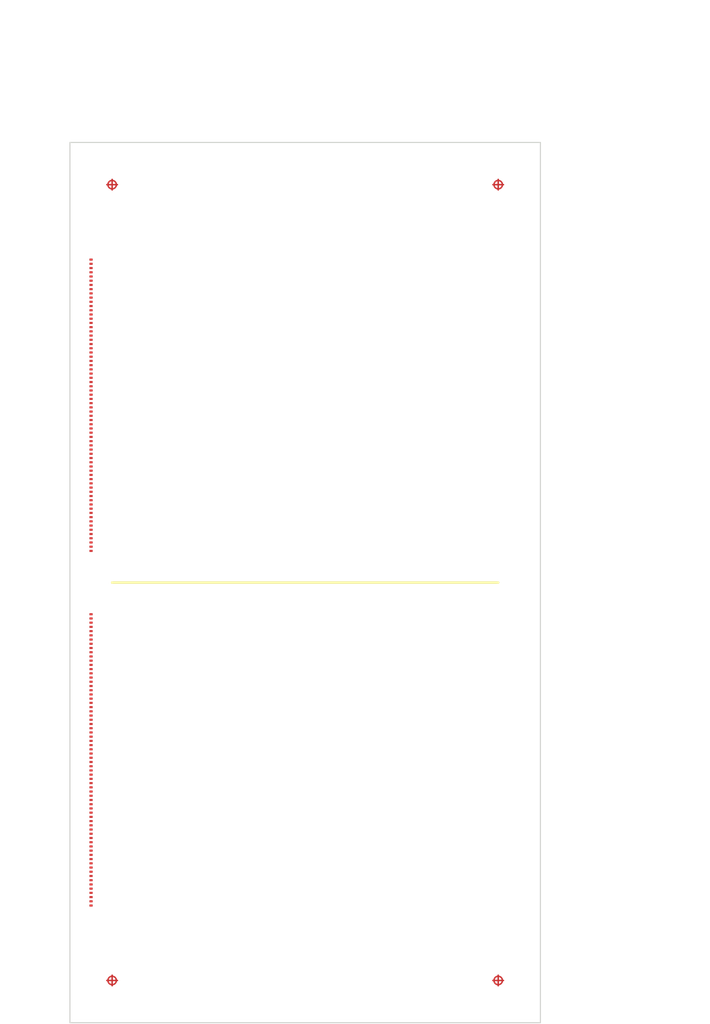
<source format=kicad_pcb>
(kicad_pcb (version 20171130) (host pcbnew "(5.1.10)-1")

  (general
    (thickness 1.6)
    (drawings 10)
    (tracks 0)
    (zones 0)
    (modules 6)
    (nets 1)
  )

  (page A4)
  (layers
    (0 F.Cu signal)
    (31 B.Cu signal)
    (32 B.Adhes user)
    (33 F.Adhes user)
    (34 B.Paste user)
    (35 F.Paste user)
    (36 B.SilkS user)
    (37 F.SilkS user)
    (38 B.Mask user)
    (39 F.Mask user)
    (40 Dwgs.User user)
    (41 Cmts.User user)
    (42 Eco1.User user)
    (43 Eco2.User user)
    (44 Edge.Cuts user)
    (45 Margin user)
    (46 B.CrtYd user)
    (47 F.CrtYd user)
    (48 B.Fab user)
    (49 F.Fab user hide)
  )

  (setup
    (last_trace_width 0.25)
    (trace_clearance 0.2)
    (zone_clearance 0.508)
    (zone_45_only no)
    (trace_min 0.2)
    (via_size 0.8)
    (via_drill 0.4)
    (via_min_size 0.4)
    (via_min_drill 0.3)
    (uvia_size 0.3)
    (uvia_drill 0.1)
    (uvias_allowed no)
    (uvia_min_size 0.2)
    (uvia_min_drill 0.1)
    (edge_width 0.05)
    (segment_width 0.2)
    (pcb_text_width 0.3)
    (pcb_text_size 1.5 1.5)
    (mod_edge_width 0.12)
    (mod_text_size 1 1)
    (mod_text_width 0.15)
    (pad_size 1.524 1.524)
    (pad_drill 0.762)
    (pad_to_mask_clearance 0.05)
    (aux_axis_origin 0 0)
    (visible_elements 7FFFFFFF)
    (pcbplotparams
      (layerselection 0x010a8_7fffffff)
      (usegerberextensions false)
      (usegerberattributes true)
      (usegerberadvancedattributes true)
      (creategerberjobfile true)
      (excludeedgelayer true)
      (linewidth 0.100000)
      (plotframeref false)
      (viasonmask false)
      (mode 1)
      (useauxorigin false)
      (hpglpennumber 1)
      (hpglpenspeed 20)
      (hpglpendiameter 15.000000)
      (psnegative false)
      (psa4output false)
      (plotreference true)
      (plotvalue true)
      (plotinvisibletext false)
      (padsonsilk false)
      (subtractmaskfromsilk false)
      (outputformat 1)
      (mirror false)
      (drillshape 0)
      (scaleselection 1)
      (outputdirectory "fab_outputs/"))
  )

  (net 0 "")

  (net_class Default "This is the default net class."
    (clearance 0.2)
    (trace_width 0.25)
    (via_dia 0.8)
    (via_drill 0.4)
    (uvia_dia 0.3)
    (uvia_drill 0.1)
  )

  (module unl_silab:ETROC_70pad_100x150um_200um_pitch (layer F.Cu) (tedit 60E48B73) (tstamp 5FA4B396)
    (at 137.72 83.74 270)
    (fp_text reference ETROC** (at 0 0.5 90) (layer F.Fab) hide
      (effects (font (size 1 1) (thickness 0.15)))
    )
    (fp_text value ETROC_70pad_100x150um_200um_pitch (at 0 -0.5 90) (layer F.Fab) hide
      (effects (font (size 1 1) (thickness 0.15)))
    )
    (pad 70 smd rect (at 13.8 0 270) (size 0.1 0.15) (layers F.Cu F.Mask)
      (solder_mask_margin 0.15))
    (pad 69 smd rect (at 13.6 0 270) (size 0.1 0.15) (layers F.Cu F.Mask)
      (solder_mask_margin 0.15))
    (pad 68 smd rect (at 13.4 0 270) (size 0.1 0.15) (layers F.Cu F.Mask)
      (solder_mask_margin 0.15))
    (pad 67 smd rect (at 13.2 0 270) (size 0.1 0.15) (layers F.Cu F.Mask)
      (solder_mask_margin 0.15))
    (pad 66 smd rect (at 13 0 270) (size 0.1 0.15) (layers F.Cu F.Mask)
      (solder_mask_margin 0.15))
    (pad 65 smd rect (at 12.8 0 270) (size 0.1 0.15) (layers F.Cu F.Mask)
      (solder_mask_margin 0.15))
    (pad 64 smd rect (at 12.6 0 270) (size 0.1 0.15) (layers F.Cu F.Mask)
      (solder_mask_margin 0.15))
    (pad 63 smd rect (at 12.4 0 270) (size 0.1 0.15) (layers F.Cu F.Mask)
      (solder_mask_margin 0.15))
    (pad 62 smd rect (at 12.2 0 270) (size 0.1 0.15) (layers F.Cu F.Mask)
      (solder_mask_margin 0.15))
    (pad 61 smd rect (at 12 0 270) (size 0.1 0.15) (layers F.Cu F.Mask)
      (solder_mask_margin 0.15))
    (pad 60 smd rect (at 11.8 0 270) (size 0.1 0.15) (layers F.Cu F.Mask)
      (solder_mask_margin 0.15))
    (pad 59 smd rect (at 11.6 0 270) (size 0.1 0.15) (layers F.Cu F.Mask)
      (solder_mask_margin 0.15))
    (pad 58 smd rect (at 11.4 0 270) (size 0.1 0.15) (layers F.Cu F.Mask)
      (solder_mask_margin 0.15))
    (pad 57 smd rect (at 11.2 0 270) (size 0.1 0.15) (layers F.Cu F.Mask)
      (solder_mask_margin 0.15))
    (pad 56 smd rect (at 11 0 270) (size 0.1 0.15) (layers F.Cu F.Mask)
      (solder_mask_margin 0.15))
    (pad 55 smd rect (at 10.8 0 270) (size 0.1 0.15) (layers F.Cu F.Mask)
      (solder_mask_margin 0.15))
    (pad 54 smd rect (at 10.6 0 270) (size 0.1 0.15) (layers F.Cu F.Mask)
      (solder_mask_margin 0.15))
    (pad 53 smd rect (at 10.4 0 270) (size 0.1 0.15) (layers F.Cu F.Mask)
      (solder_mask_margin 0.15))
    (pad 52 smd rect (at 10.2 0 270) (size 0.1 0.15) (layers F.Cu F.Mask)
      (solder_mask_margin 0.15))
    (pad 51 smd rect (at 10 0 270) (size 0.1 0.15) (layers F.Cu F.Mask)
      (solder_mask_margin 0.15))
    (pad 50 smd rect (at 9.8 0 270) (size 0.1 0.15) (layers F.Cu F.Mask)
      (solder_mask_margin 0.15))
    (pad 49 smd rect (at 9.6 0 270) (size 0.1 0.15) (layers F.Cu F.Mask)
      (solder_mask_margin 0.15))
    (pad 48 smd rect (at 9.4 0 270) (size 0.1 0.15) (layers F.Cu F.Mask)
      (solder_mask_margin 0.15))
    (pad 47 smd rect (at 9.2 0 270) (size 0.1 0.15) (layers F.Cu F.Mask)
      (solder_mask_margin 0.15))
    (pad 46 smd rect (at 9 0 270) (size 0.1 0.15) (layers F.Cu F.Mask)
      (solder_mask_margin 0.15))
    (pad 45 smd rect (at 8.8 0 270) (size 0.1 0.15) (layers F.Cu F.Mask)
      (solder_mask_margin 0.15))
    (pad 44 smd rect (at 8.6 0 270) (size 0.1 0.15) (layers F.Cu F.Mask)
      (solder_mask_margin 0.15))
    (pad 43 smd rect (at 8.4 0 270) (size 0.1 0.15) (layers F.Cu F.Mask)
      (solder_mask_margin 0.15))
    (pad 42 smd rect (at 8.2 0 270) (size 0.1 0.15) (layers F.Cu F.Mask)
      (solder_mask_margin 0.15))
    (pad 41 smd rect (at 8 0 270) (size 0.1 0.15) (layers F.Cu F.Mask)
      (solder_mask_margin 0.15))
    (pad 40 smd rect (at 7.8 0 270) (size 0.1 0.15) (layers F.Cu F.Mask)
      (solder_mask_margin 0.15))
    (pad 39 smd rect (at 7.6 0 270) (size 0.1 0.15) (layers F.Cu F.Mask)
      (solder_mask_margin 0.15))
    (pad 38 smd rect (at 7.4 0 270) (size 0.1 0.15) (layers F.Cu F.Mask)
      (solder_mask_margin 0.15))
    (pad 37 smd rect (at 7.2 0 270) (size 0.1 0.15) (layers F.Cu F.Mask)
      (solder_mask_margin 0.15))
    (pad 36 smd rect (at 7 0 270) (size 0.1 0.15) (layers F.Cu F.Mask)
      (solder_mask_margin 0.15))
    (pad 35 smd rect (at 6.8 0 270) (size 0.1 0.15) (layers F.Cu F.Mask)
      (solder_mask_margin 0.15))
    (pad 34 smd rect (at 6.6 0 270) (size 0.1 0.15) (layers F.Cu F.Mask)
      (solder_mask_margin 0.15))
    (pad 33 smd rect (at 6.4 0 270) (size 0.1 0.15) (layers F.Cu F.Mask)
      (solder_mask_margin 0.15))
    (pad 32 smd rect (at 6.2 0 270) (size 0.1 0.15) (layers F.Cu F.Mask)
      (solder_mask_margin 0.15))
    (pad 31 smd rect (at 6 0 270) (size 0.1 0.15) (layers F.Cu F.Mask)
      (solder_mask_margin 0.15))
    (pad 30 smd rect (at 5.8 0 270) (size 0.1 0.15) (layers F.Cu F.Mask)
      (solder_mask_margin 0.15))
    (pad 29 smd rect (at 5.6 0 270) (size 0.1 0.15) (layers F.Cu F.Mask)
      (solder_mask_margin 0.15))
    (pad 28 smd rect (at 5.4 0 270) (size 0.1 0.15) (layers F.Cu F.Mask)
      (solder_mask_margin 0.15))
    (pad 27 smd rect (at 5.2 0 270) (size 0.1 0.15) (layers F.Cu F.Mask)
      (solder_mask_margin 0.15))
    (pad 26 smd rect (at 5 0 270) (size 0.1 0.15) (layers F.Cu F.Mask)
      (solder_mask_margin 0.15))
    (pad 25 smd rect (at 4.8 0 270) (size 0.1 0.15) (layers F.Cu F.Mask)
      (solder_mask_margin 0.15))
    (pad 24 smd rect (at 4.6 0 270) (size 0.1 0.15) (layers F.Cu F.Mask)
      (solder_mask_margin 0.15))
    (pad 23 smd rect (at 4.4 0 270) (size 0.1 0.15) (layers F.Cu F.Mask)
      (solder_mask_margin 0.15))
    (pad 22 smd rect (at 4.2 0 270) (size 0.1 0.15) (layers F.Cu F.Mask)
      (solder_mask_margin 0.15))
    (pad 21 smd rect (at 4 0 270) (size 0.1 0.15) (layers F.Cu F.Mask)
      (solder_mask_margin 0.15))
    (pad 20 smd rect (at 3.8 0 270) (size 0.1 0.15) (layers F.Cu F.Mask)
      (solder_mask_margin 0.15))
    (pad 19 smd rect (at 3.6 0 270) (size 0.1 0.15) (layers F.Cu F.Mask)
      (solder_mask_margin 0.15))
    (pad 18 smd rect (at 3.4 0 270) (size 0.1 0.15) (layers F.Cu F.Mask)
      (solder_mask_margin 0.15))
    (pad 17 smd rect (at 3.2 0 270) (size 0.1 0.15) (layers F.Cu F.Mask)
      (solder_mask_margin 0.15))
    (pad 16 smd rect (at 3 0 270) (size 0.1 0.15) (layers F.Cu F.Mask)
      (solder_mask_margin 0.15))
    (pad 15 smd rect (at 2.8 0 270) (size 0.1 0.15) (layers F.Cu F.Mask)
      (solder_mask_margin 0.15))
    (pad 14 smd rect (at 2.6 0 270) (size 0.1 0.15) (layers F.Cu F.Mask)
      (solder_mask_margin 0.15))
    (pad 13 smd rect (at 2.4 0 270) (size 0.1 0.15) (layers F.Cu F.Mask)
      (solder_mask_margin 0.15))
    (pad 12 smd rect (at 2.2 0 270) (size 0.1 0.15) (layers F.Cu F.Mask)
      (solder_mask_margin 0.15))
    (pad 11 smd rect (at 2 0 270) (size 0.1 0.15) (layers F.Cu F.Mask)
      (solder_mask_margin 0.15))
    (pad 10 smd rect (at 1.8 0 270) (size 0.1 0.15) (layers F.Cu F.Mask)
      (solder_mask_margin 0.15))
    (pad 9 smd rect (at 1.6 0 270) (size 0.1 0.15) (layers F.Cu F.Mask)
      (solder_mask_margin 0.15))
    (pad 8 smd rect (at 1.4 0 270) (size 0.1 0.15) (layers F.Cu F.Mask)
      (solder_mask_margin 0.15))
    (pad 7 smd rect (at 1.2 0 270) (size 0.1 0.15) (layers F.Cu F.Mask)
      (solder_mask_margin 0.15))
    (pad 6 smd rect (at 1 0 270) (size 0.1 0.15) (layers F.Cu F.Mask)
      (solder_mask_margin 0.15))
    (pad 5 smd rect (at 0.8 0 270) (size 0.1 0.15) (layers F.Cu F.Mask)
      (solder_mask_margin 0.15))
    (pad 4 smd rect (at 0.6 0 270) (size 0.1 0.15) (layers F.Cu F.Mask)
      (solder_mask_margin 0.15))
    (pad 3 smd rect (at 0.4 0 270) (size 0.1 0.15) (layers F.Cu F.Mask)
      (solder_mask_margin 0.15))
    (pad 2 smd rect (at 0.2 0 270) (size 0.1 0.15) (layers F.Cu F.Mask)
      (solder_mask_margin 0.15))
    (pad 1 smd rect (at 0 0 270) (size 0.1 0.15) (layers F.Cu F.Mask)
      (solder_mask_margin 0.15))
  )

  (module unl_silab:ETROC_70pad_100x150um_200um_pitch (layer F.Cu) (tedit 60E48B73) (tstamp 5FA4C171)
    (at 137.72 114.34 90)
    (fp_text reference ETROC** (at 0 0.5 90) (layer F.Fab) hide
      (effects (font (size 1 1) (thickness 0.15)))
    )
    (fp_text value ETROC_70pad_100x150um_200um_pitch (at 0 -0.5 90) (layer F.Fab) hide
      (effects (font (size 1 1) (thickness 0.15)))
    )
    (pad 70 smd rect (at 13.8 0 90) (size 0.1 0.15) (layers F.Cu F.Mask)
      (solder_mask_margin 0.15))
    (pad 69 smd rect (at 13.6 0 90) (size 0.1 0.15) (layers F.Cu F.Mask)
      (solder_mask_margin 0.15))
    (pad 68 smd rect (at 13.4 0 90) (size 0.1 0.15) (layers F.Cu F.Mask)
      (solder_mask_margin 0.15))
    (pad 67 smd rect (at 13.2 0 90) (size 0.1 0.15) (layers F.Cu F.Mask)
      (solder_mask_margin 0.15))
    (pad 66 smd rect (at 13 0 90) (size 0.1 0.15) (layers F.Cu F.Mask)
      (solder_mask_margin 0.15))
    (pad 65 smd rect (at 12.8 0 90) (size 0.1 0.15) (layers F.Cu F.Mask)
      (solder_mask_margin 0.15))
    (pad 64 smd rect (at 12.6 0 90) (size 0.1 0.15) (layers F.Cu F.Mask)
      (solder_mask_margin 0.15))
    (pad 63 smd rect (at 12.4 0 90) (size 0.1 0.15) (layers F.Cu F.Mask)
      (solder_mask_margin 0.15))
    (pad 62 smd rect (at 12.2 0 90) (size 0.1 0.15) (layers F.Cu F.Mask)
      (solder_mask_margin 0.15))
    (pad 61 smd rect (at 12 0 90) (size 0.1 0.15) (layers F.Cu F.Mask)
      (solder_mask_margin 0.15))
    (pad 60 smd rect (at 11.8 0 90) (size 0.1 0.15) (layers F.Cu F.Mask)
      (solder_mask_margin 0.15))
    (pad 59 smd rect (at 11.6 0 90) (size 0.1 0.15) (layers F.Cu F.Mask)
      (solder_mask_margin 0.15))
    (pad 58 smd rect (at 11.4 0 90) (size 0.1 0.15) (layers F.Cu F.Mask)
      (solder_mask_margin 0.15))
    (pad 57 smd rect (at 11.2 0 90) (size 0.1 0.15) (layers F.Cu F.Mask)
      (solder_mask_margin 0.15))
    (pad 56 smd rect (at 11 0 90) (size 0.1 0.15) (layers F.Cu F.Mask)
      (solder_mask_margin 0.15))
    (pad 55 smd rect (at 10.8 0 90) (size 0.1 0.15) (layers F.Cu F.Mask)
      (solder_mask_margin 0.15))
    (pad 54 smd rect (at 10.6 0 90) (size 0.1 0.15) (layers F.Cu F.Mask)
      (solder_mask_margin 0.15))
    (pad 53 smd rect (at 10.4 0 90) (size 0.1 0.15) (layers F.Cu F.Mask)
      (solder_mask_margin 0.15))
    (pad 52 smd rect (at 10.2 0 90) (size 0.1 0.15) (layers F.Cu F.Mask)
      (solder_mask_margin 0.15))
    (pad 51 smd rect (at 10 0 90) (size 0.1 0.15) (layers F.Cu F.Mask)
      (solder_mask_margin 0.15))
    (pad 50 smd rect (at 9.8 0 90) (size 0.1 0.15) (layers F.Cu F.Mask)
      (solder_mask_margin 0.15))
    (pad 49 smd rect (at 9.6 0 90) (size 0.1 0.15) (layers F.Cu F.Mask)
      (solder_mask_margin 0.15))
    (pad 48 smd rect (at 9.4 0 90) (size 0.1 0.15) (layers F.Cu F.Mask)
      (solder_mask_margin 0.15))
    (pad 47 smd rect (at 9.2 0 90) (size 0.1 0.15) (layers F.Cu F.Mask)
      (solder_mask_margin 0.15))
    (pad 46 smd rect (at 9 0 90) (size 0.1 0.15) (layers F.Cu F.Mask)
      (solder_mask_margin 0.15))
    (pad 45 smd rect (at 8.8 0 90) (size 0.1 0.15) (layers F.Cu F.Mask)
      (solder_mask_margin 0.15))
    (pad 44 smd rect (at 8.6 0 90) (size 0.1 0.15) (layers F.Cu F.Mask)
      (solder_mask_margin 0.15))
    (pad 43 smd rect (at 8.4 0 90) (size 0.1 0.15) (layers F.Cu F.Mask)
      (solder_mask_margin 0.15))
    (pad 42 smd rect (at 8.2 0 90) (size 0.1 0.15) (layers F.Cu F.Mask)
      (solder_mask_margin 0.15))
    (pad 41 smd rect (at 8 0 90) (size 0.1 0.15) (layers F.Cu F.Mask)
      (solder_mask_margin 0.15))
    (pad 40 smd rect (at 7.8 0 90) (size 0.1 0.15) (layers F.Cu F.Mask)
      (solder_mask_margin 0.15))
    (pad 39 smd rect (at 7.6 0 90) (size 0.1 0.15) (layers F.Cu F.Mask)
      (solder_mask_margin 0.15))
    (pad 38 smd rect (at 7.4 0 90) (size 0.1 0.15) (layers F.Cu F.Mask)
      (solder_mask_margin 0.15))
    (pad 37 smd rect (at 7.2 0 90) (size 0.1 0.15) (layers F.Cu F.Mask)
      (solder_mask_margin 0.15))
    (pad 36 smd rect (at 7 0 90) (size 0.1 0.15) (layers F.Cu F.Mask)
      (solder_mask_margin 0.15))
    (pad 35 smd rect (at 6.8 0 90) (size 0.1 0.15) (layers F.Cu F.Mask)
      (solder_mask_margin 0.15))
    (pad 34 smd rect (at 6.6 0 90) (size 0.1 0.15) (layers F.Cu F.Mask)
      (solder_mask_margin 0.15))
    (pad 33 smd rect (at 6.4 0 90) (size 0.1 0.15) (layers F.Cu F.Mask)
      (solder_mask_margin 0.15))
    (pad 32 smd rect (at 6.2 0 90) (size 0.1 0.15) (layers F.Cu F.Mask)
      (solder_mask_margin 0.15))
    (pad 31 smd rect (at 6 0 90) (size 0.1 0.15) (layers F.Cu F.Mask)
      (solder_mask_margin 0.15))
    (pad 30 smd rect (at 5.8 0 90) (size 0.1 0.15) (layers F.Cu F.Mask)
      (solder_mask_margin 0.15))
    (pad 29 smd rect (at 5.6 0 90) (size 0.1 0.15) (layers F.Cu F.Mask)
      (solder_mask_margin 0.15))
    (pad 28 smd rect (at 5.4 0 90) (size 0.1 0.15) (layers F.Cu F.Mask)
      (solder_mask_margin 0.15))
    (pad 27 smd rect (at 5.2 0 90) (size 0.1 0.15) (layers F.Cu F.Mask)
      (solder_mask_margin 0.15))
    (pad 26 smd rect (at 5 0 90) (size 0.1 0.15) (layers F.Cu F.Mask)
      (solder_mask_margin 0.15))
    (pad 25 smd rect (at 4.8 0 90) (size 0.1 0.15) (layers F.Cu F.Mask)
      (solder_mask_margin 0.15))
    (pad 24 smd rect (at 4.6 0 90) (size 0.1 0.15) (layers F.Cu F.Mask)
      (solder_mask_margin 0.15))
    (pad 23 smd rect (at 4.4 0 90) (size 0.1 0.15) (layers F.Cu F.Mask)
      (solder_mask_margin 0.15))
    (pad 22 smd rect (at 4.2 0 90) (size 0.1 0.15) (layers F.Cu F.Mask)
      (solder_mask_margin 0.15))
    (pad 21 smd rect (at 4 0 90) (size 0.1 0.15) (layers F.Cu F.Mask)
      (solder_mask_margin 0.15))
    (pad 20 smd rect (at 3.8 0 90) (size 0.1 0.15) (layers F.Cu F.Mask)
      (solder_mask_margin 0.15))
    (pad 19 smd rect (at 3.6 0 90) (size 0.1 0.15) (layers F.Cu F.Mask)
      (solder_mask_margin 0.15))
    (pad 18 smd rect (at 3.4 0 90) (size 0.1 0.15) (layers F.Cu F.Mask)
      (solder_mask_margin 0.15))
    (pad 17 smd rect (at 3.2 0 90) (size 0.1 0.15) (layers F.Cu F.Mask)
      (solder_mask_margin 0.15))
    (pad 16 smd rect (at 3 0 90) (size 0.1 0.15) (layers F.Cu F.Mask)
      (solder_mask_margin 0.15))
    (pad 15 smd rect (at 2.8 0 90) (size 0.1 0.15) (layers F.Cu F.Mask)
      (solder_mask_margin 0.15))
    (pad 14 smd rect (at 2.6 0 90) (size 0.1 0.15) (layers F.Cu F.Mask)
      (solder_mask_margin 0.15))
    (pad 13 smd rect (at 2.4 0 90) (size 0.1 0.15) (layers F.Cu F.Mask)
      (solder_mask_margin 0.15))
    (pad 12 smd rect (at 2.2 0 90) (size 0.1 0.15) (layers F.Cu F.Mask)
      (solder_mask_margin 0.15))
    (pad 11 smd rect (at 2 0 90) (size 0.1 0.15) (layers F.Cu F.Mask)
      (solder_mask_margin 0.15))
    (pad 10 smd rect (at 1.8 0 90) (size 0.1 0.15) (layers F.Cu F.Mask)
      (solder_mask_margin 0.15))
    (pad 9 smd rect (at 1.6 0 90) (size 0.1 0.15) (layers F.Cu F.Mask)
      (solder_mask_margin 0.15))
    (pad 8 smd rect (at 1.4 0 90) (size 0.1 0.15) (layers F.Cu F.Mask)
      (solder_mask_margin 0.15))
    (pad 7 smd rect (at 1.2 0 90) (size 0.1 0.15) (layers F.Cu F.Mask)
      (solder_mask_margin 0.15))
    (pad 6 smd rect (at 1 0 90) (size 0.1 0.15) (layers F.Cu F.Mask)
      (solder_mask_margin 0.15))
    (pad 5 smd rect (at 0.8 0 90) (size 0.1 0.15) (layers F.Cu F.Mask)
      (solder_mask_margin 0.15))
    (pad 4 smd rect (at 0.6 0 90) (size 0.1 0.15) (layers F.Cu F.Mask)
      (solder_mask_margin 0.15))
    (pad 3 smd rect (at 0.4 0 90) (size 0.1 0.15) (layers F.Cu F.Mask)
      (solder_mask_margin 0.15))
    (pad 2 smd rect (at 0.2 0 90) (size 0.1 0.15) (layers F.Cu F.Mask)
      (solder_mask_margin 0.15))
    (pad 1 smd rect (at 0 0 90) (size 0.1 0.15) (layers F.Cu F.Mask)
      (solder_mask_margin 0.15))
  )

  (module unl_silab:crossed_circle_fiducial (layer F.Cu) (tedit 5DEEB95A) (tstamp 5FA4BCA9)
    (at 138.72 117.89)
    (fp_text reference REF** (at 0 0) (layer F.Fab) hide
      (effects (font (size 1 1) (thickness 0.15)))
    )
    (fp_text value crossed_circle_fiducial (at 0 0) (layer F.Fab) hide
      (effects (font (size 1 1) (thickness 0.15)))
    )
    (fp_circle (center 0 0) (end 0.01 0) (layer F.Mask) (width 0.6))
    (fp_line (start 0.25 0) (end -0.25 0) (layer F.Cu) (width 0.07))
    (fp_line (start 0 -0.25) (end 0 0.25) (layer F.Cu) (width 0.07))
    (fp_circle (center 0 0) (end 0.2 0) (layer F.Cu) (width 0.07))
  )

  (module unl_silab:crossed_circle_fiducial (layer F.Cu) (tedit 5DEEB95A) (tstamp 5FA4BCA9)
    (at 138.72 80.19)
    (fp_text reference REF** (at 0 0) (layer F.Fab) hide
      (effects (font (size 1 1) (thickness 0.15)))
    )
    (fp_text value crossed_circle_fiducial (at 0 0) (layer F.Fab) hide
      (effects (font (size 1 1) (thickness 0.15)))
    )
    (fp_circle (center 0 0) (end 0.01 0) (layer F.Mask) (width 0.6))
    (fp_line (start 0.25 0) (end -0.25 0) (layer F.Cu) (width 0.07))
    (fp_line (start 0 -0.25) (end 0 0.25) (layer F.Cu) (width 0.07))
    (fp_circle (center 0 0) (end 0.2 0) (layer F.Cu) (width 0.07))
  )

  (module unl_silab:crossed_circle_fiducial (layer F.Cu) (tedit 5DEEB95A) (tstamp 5FA4BCA9)
    (at 157.02 80.19)
    (fp_text reference REF** (at 0 0) (layer F.Fab) hide
      (effects (font (size 1 1) (thickness 0.15)))
    )
    (fp_text value crossed_circle_fiducial (at 0 0) (layer F.Fab) hide
      (effects (font (size 1 1) (thickness 0.15)))
    )
    (fp_circle (center 0 0) (end 0.01 0) (layer F.Mask) (width 0.6))
    (fp_line (start 0.25 0) (end -0.25 0) (layer F.Cu) (width 0.07))
    (fp_line (start 0 -0.25) (end 0 0.25) (layer F.Cu) (width 0.07))
    (fp_circle (center 0 0) (end 0.2 0) (layer F.Cu) (width 0.07))
  )

  (module unl_silab:crossed_circle_fiducial (layer F.Cu) (tedit 5DEEB95A) (tstamp 5FA4BC78)
    (at 157.02 117.89)
    (fp_text reference REF** (at 0 0) (layer F.Fab) hide
      (effects (font (size 1 1) (thickness 0.15)))
    )
    (fp_text value crossed_circle_fiducial (at 0 0) (layer F.Fab) hide
      (effects (font (size 1 1) (thickness 0.15)))
    )
    (fp_circle (center 0 0) (end 0.01 0) (layer F.Mask) (width 0.6))
    (fp_line (start 0.25 0) (end -0.25 0) (layer F.Cu) (width 0.07))
    (fp_line (start 0 -0.25) (end 0 0.25) (layer F.Cu) (width 0.07))
    (fp_circle (center 0 0) (end 0.2 0) (layer F.Cu) (width 0.07))
  )

  (dimension 2 (width 0.15) (layer Dwgs.User)
    (gr_text "2.000 mm" (at 165.7 79.19 90) (layer Dwgs.User)
      (effects (font (size 1 1) (thickness 0.15)))
    )
    (feature1 (pts (xy 157.02 78.19) (xy 164.986421 78.19)))
    (feature2 (pts (xy 157.02 80.19) (xy 164.986421 80.19)))
    (crossbar (pts (xy 164.4 80.19) (xy 164.4 78.19)))
    (arrow1a (pts (xy 164.4 78.19) (xy 164.986421 79.316504)))
    (arrow1b (pts (xy 164.4 78.19) (xy 163.813579 79.316504)))
    (arrow2a (pts (xy 164.4 80.19) (xy 164.986421 79.063496)))
    (arrow2b (pts (xy 164.4 80.19) (xy 163.813579 79.063496)))
  )
  (dimension 2 (width 0.15) (layer Dwgs.User)
    (gr_text "2.000 mm" (at 158.02 72.4) (layer Dwgs.User)
      (effects (font (size 1 1) (thickness 0.15)))
    )
    (feature1 (pts (xy 159.02 80.19) (xy 159.02 73.113579)))
    (feature2 (pts (xy 157.02 80.19) (xy 157.02 73.113579)))
    (crossbar (pts (xy 157.02 73.7) (xy 159.02 73.7)))
    (arrow1a (pts (xy 159.02 73.7) (xy 157.893496 74.286421)))
    (arrow1b (pts (xy 159.02 73.7) (xy 157.893496 73.113579)))
    (arrow2a (pts (xy 157.02 73.7) (xy 158.146504 74.286421)))
    (arrow2b (pts (xy 157.02 73.7) (xy 158.146504 73.113579)))
  )
  (dimension 1 (width 0.15) (layer Dwgs.User)
    (gr_text "1.000 mm" (at 137.22 72.14) (layer Dwgs.User)
      (effects (font (size 1 1) (thickness 0.15)))
    )
    (feature1 (pts (xy 136.72 83.74) (xy 136.72 72.853579)))
    (feature2 (pts (xy 137.72 83.74) (xy 137.72 72.853579)))
    (crossbar (pts (xy 137.72 73.44) (xy 136.72 73.44)))
    (arrow1a (pts (xy 136.72 73.44) (xy 137.846504 72.853579)))
    (arrow1b (pts (xy 136.72 73.44) (xy 137.846504 74.026421)))
    (arrow2a (pts (xy 137.72 73.44) (xy 136.593496 72.853579)))
    (arrow2b (pts (xy 137.72 73.44) (xy 136.593496 74.026421)))
  )
  (dimension 41.7 (width 0.15) (layer Dwgs.User)
    (gr_text "41.700 mm" (at 163.22 99.04 270) (layer Dwgs.User)
      (effects (font (size 1 1) (thickness 0.15)))
    )
    (feature1 (pts (xy 159.02 119.89) (xy 162.506421 119.89)))
    (feature2 (pts (xy 159.02 78.19) (xy 162.506421 78.19)))
    (crossbar (pts (xy 161.92 78.19) (xy 161.92 119.89)))
    (arrow1a (pts (xy 161.92 119.89) (xy 161.333579 118.763496)))
    (arrow1b (pts (xy 161.92 119.89) (xy 162.506421 118.763496)))
    (arrow2a (pts (xy 161.92 78.19) (xy 161.333579 79.316504)))
    (arrow2b (pts (xy 161.92 78.19) (xy 162.506421 79.316504)))
  )
  (dimension 22.3 (width 0.15) (layer Dwgs.User)
    (gr_text "22.300 mm" (at 147.87 74.69) (layer Dwgs.User)
      (effects (font (size 1 1) (thickness 0.15)))
    )
    (feature1 (pts (xy 159.02 78.19) (xy 159.02 75.403579)))
    (feature2 (pts (xy 136.72 78.19) (xy 136.72 75.403579)))
    (crossbar (pts (xy 136.72 75.99) (xy 159.02 75.99)))
    (arrow1a (pts (xy 159.02 75.99) (xy 157.893496 76.576421)))
    (arrow1b (pts (xy 159.02 75.99) (xy 157.893496 75.403579)))
    (arrow2a (pts (xy 136.72 75.99) (xy 137.846504 76.576421)))
    (arrow2b (pts (xy 136.72 75.99) (xy 137.846504 75.403579)))
  )
  (gr_line (start 138.72 99.04) (end 157.02 99.04) (layer F.SilkS) (width 0.12))
  (gr_line (start 136.72 78.19) (end 136.72 119.89) (layer Edge.Cuts) (width 0.05) (tstamp 5FA4B397))
  (gr_line (start 136.72 119.89) (end 159.02 119.89) (layer Edge.Cuts) (width 0.05))
  (gr_line (start 159.02 78.19) (end 159.02 119.89) (layer Edge.Cuts) (width 0.05))
  (gr_line (start 136.72 78.19) (end 159.02 78.19) (layer Edge.Cuts) (width 0.05))

)

</source>
